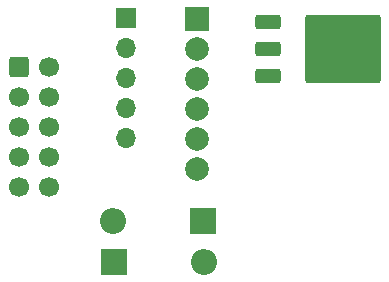
<source format=gbr>
%TF.GenerationSoftware,KiCad,Pcbnew,8.0.4*%
%TF.CreationDate,2024-08-16T22:25:58+02:00*%
%TF.ProjectId,breakout_pwr,62726561-6b6f-4757-945f-7077722e6b69,rev?*%
%TF.SameCoordinates,Original*%
%TF.FileFunction,Soldermask,Bot*%
%TF.FilePolarity,Negative*%
%FSLAX46Y46*%
G04 Gerber Fmt 4.6, Leading zero omitted, Abs format (unit mm)*
G04 Created by KiCad (PCBNEW 8.0.4) date 2024-08-16 22:25:58*
%MOMM*%
%LPD*%
G01*
G04 APERTURE LIST*
G04 Aperture macros list*
%AMRoundRect*
0 Rectangle with rounded corners*
0 $1 Rounding radius*
0 $2 $3 $4 $5 $6 $7 $8 $9 X,Y pos of 4 corners*
0 Add a 4 corners polygon primitive as box body*
4,1,4,$2,$3,$4,$5,$6,$7,$8,$9,$2,$3,0*
0 Add four circle primitives for the rounded corners*
1,1,$1+$1,$2,$3*
1,1,$1+$1,$4,$5*
1,1,$1+$1,$6,$7*
1,1,$1+$1,$8,$9*
0 Add four rect primitives between the rounded corners*
20,1,$1+$1,$2,$3,$4,$5,0*
20,1,$1+$1,$4,$5,$6,$7,0*
20,1,$1+$1,$6,$7,$8,$9,0*
20,1,$1+$1,$8,$9,$2,$3,0*%
G04 Aperture macros list end*
%ADD10R,1.700000X1.700000*%
%ADD11O,1.700000X1.700000*%
%ADD12RoundRect,0.250000X-0.600000X-0.600000X0.600000X-0.600000X0.600000X0.600000X-0.600000X0.600000X0*%
%ADD13C,1.700000*%
%ADD14R,2.200000X2.200000*%
%ADD15O,2.200000X2.200000*%
%ADD16R,2.000000X2.000000*%
%ADD17C,2.000000*%
%ADD18RoundRect,0.250000X-0.850000X-0.350000X0.850000X-0.350000X0.850000X0.350000X-0.850000X0.350000X0*%
%ADD19RoundRect,0.249997X-2.950003X-2.650003X2.950003X-2.650003X2.950003X2.650003X-2.950003X2.650003X0*%
G04 APERTURE END LIST*
D10*
%TO.C,J1*%
X145000000Y-43340000D03*
D11*
X145000000Y-45880000D03*
X145000000Y-48420000D03*
X145000000Y-50960000D03*
X145000000Y-53500000D03*
%TD*%
D12*
%TO.C,J2*%
X135960000Y-47500000D03*
D13*
X138500000Y-47500000D03*
X135960000Y-50040000D03*
X138500000Y-50040000D03*
X135960000Y-52580000D03*
X138500000Y-52580000D03*
X135960000Y-55120000D03*
X138500000Y-55120000D03*
X135960000Y-57660000D03*
X138500000Y-57660000D03*
%TD*%
D14*
%TO.C,D1*%
X151500000Y-60500000D03*
D15*
X143880000Y-60500000D03*
%TD*%
D16*
%TO.C,J3*%
X151000000Y-43380000D03*
D17*
X151000000Y-45920000D03*
X151000000Y-48460000D03*
X151000000Y-51000000D03*
X151000000Y-53540000D03*
X151000000Y-56080000D03*
%TD*%
D14*
%TO.C,D2*%
X144000000Y-64000000D03*
D15*
X151620000Y-64000000D03*
%TD*%
D18*
%TO.C,U1*%
X157025000Y-48255000D03*
X157025000Y-45975000D03*
D19*
X163325000Y-45975000D03*
D18*
X157025000Y-43695000D03*
%TD*%
M02*

</source>
